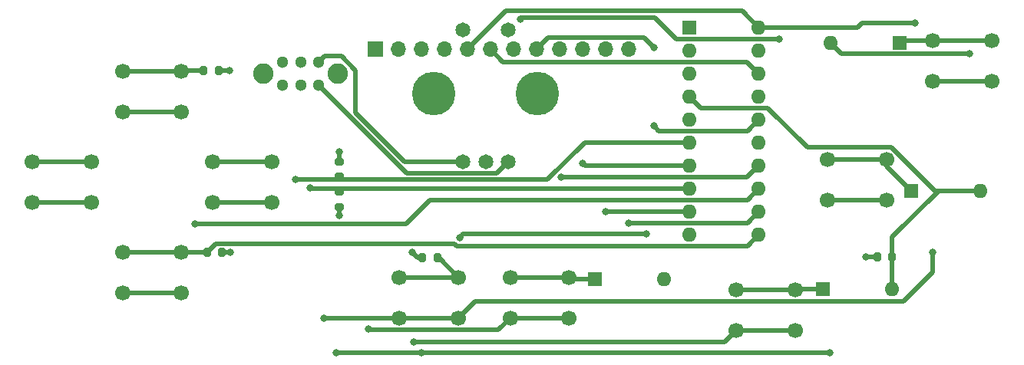
<source format=gtl>
%TF.GenerationSoftware,KiCad,Pcbnew,(6.0.0)*%
%TF.CreationDate,2022-03-13T17:57:59-04:00*%
%TF.ProjectId,jaguar spinner integrated pcb,6a616775-6172-4207-9370-696e6e657220,rev?*%
%TF.SameCoordinates,Original*%
%TF.FileFunction,Copper,L1,Top*%
%TF.FilePolarity,Positive*%
%FSLAX46Y46*%
G04 Gerber Fmt 4.6, Leading zero omitted, Abs format (unit mm)*
G04 Created by KiCad (PCBNEW (6.0.0)) date 2022-03-13 17:57:59*
%MOMM*%
%LPD*%
G01*
G04 APERTURE LIST*
G04 Aperture macros list*
%AMRoundRect*
0 Rectangle with rounded corners*
0 $1 Rounding radius*
0 $2 $3 $4 $5 $6 $7 $8 $9 X,Y pos of 4 corners*
0 Add a 4 corners polygon primitive as box body*
4,1,4,$2,$3,$4,$5,$6,$7,$8,$9,$2,$3,0*
0 Add four circle primitives for the rounded corners*
1,1,$1+$1,$2,$3*
1,1,$1+$1,$4,$5*
1,1,$1+$1,$6,$7*
1,1,$1+$1,$8,$9*
0 Add four rect primitives between the rounded corners*
20,1,$1+$1,$2,$3,$4,$5,0*
20,1,$1+$1,$4,$5,$6,$7,0*
20,1,$1+$1,$6,$7,$8,$9,0*
20,1,$1+$1,$8,$9,$2,$3,0*%
G04 Aperture macros list end*
%TA.AperFunction,ComponentPad*%
%ADD10C,1.700000*%
%TD*%
%TA.AperFunction,ComponentPad*%
%ADD11R,1.600000X1.600000*%
%TD*%
%TA.AperFunction,ComponentPad*%
%ADD12O,1.600000X1.600000*%
%TD*%
%TA.AperFunction,SMDPad,CuDef*%
%ADD13RoundRect,0.200000X-0.200000X-0.275000X0.200000X-0.275000X0.200000X0.275000X-0.200000X0.275000X0*%
%TD*%
%TA.AperFunction,ComponentPad*%
%ADD14C,1.650000*%
%TD*%
%TA.AperFunction,ComponentPad*%
%ADD15C,4.800000*%
%TD*%
%TA.AperFunction,SMDPad,CuDef*%
%ADD16RoundRect,0.200000X0.200000X0.275000X-0.200000X0.275000X-0.200000X-0.275000X0.200000X-0.275000X0*%
%TD*%
%TA.AperFunction,SMDPad,CuDef*%
%ADD17RoundRect,0.200000X-0.275000X0.200000X-0.275000X-0.200000X0.275000X-0.200000X0.275000X0.200000X0*%
%TD*%
%TA.AperFunction,SMDPad,CuDef*%
%ADD18RoundRect,0.200000X0.275000X-0.200000X0.275000X0.200000X-0.275000X0.200000X-0.275000X-0.200000X0*%
%TD*%
%TA.AperFunction,ComponentPad*%
%ADD19C,1.300000*%
%TD*%
%TA.AperFunction,ComponentPad*%
%ADD20C,2.250000*%
%TD*%
%TA.AperFunction,ComponentPad*%
%ADD21R,1.700000X1.700000*%
%TD*%
%TA.AperFunction,ComponentPad*%
%ADD22O,1.700000X1.700000*%
%TD*%
%TA.AperFunction,ViaPad*%
%ADD23C,0.800000*%
%TD*%
%TA.AperFunction,Conductor*%
%ADD24C,0.500000*%
%TD*%
G04 APERTURE END LIST*
D10*
%TO.P,SW5,1,1*%
%TO.N,/row5*%
X95189600Y-136419600D03*
%TO.P,SW5,2,2*%
X101689600Y-136419600D03*
%TO.P,SW5,3,K*%
%TO.N,/Acom*%
X95189600Y-140919600D03*
%TO.P,SW5,4,A*%
X101689600Y-140919600D03*
%TD*%
%TO.P,SW7,1,1*%
%TO.N,Net-(SW7-Pad1)*%
X172949600Y-126159600D03*
%TO.P,SW7,2,2*%
X179449600Y-126159600D03*
%TO.P,SW7,3,K*%
%TO.N,/Bcom*%
X172949600Y-130659600D03*
%TO.P,SW7,4,A*%
X179449600Y-130659600D03*
%TD*%
D11*
%TO.P,D7,1,K*%
%TO.N,Net-(D7-Pad1)*%
X172466000Y-140538200D03*
D12*
%TO.P,D7,2,A*%
%TO.N,/row2*%
X180086000Y-140538200D03*
%TD*%
D13*
%TO.P,R1,1*%
%TO.N,+5V*%
X128283200Y-137058400D03*
%TO.P,R1,2*%
%TO.N,/row1*%
X129933200Y-137058400D03*
%TD*%
D10*
%TO.P,SW9,1,1*%
%TO.N,Net-(D8-Pad1)*%
X137949600Y-139229600D03*
%TO.P,SW9,2,2*%
X144449600Y-139229600D03*
%TO.P,SW9,3,K*%
%TO.N,/Opt com*%
X137949600Y-143729600D03*
%TO.P,SW9,4,A*%
X144449600Y-143729600D03*
%TD*%
D14*
%TO.P,VR1,1,1*%
%TO.N,unconnected-(VR1-Pad1)*%
X132755000Y-111922800D03*
%TO.P,VR1,2,2*%
%TO.N,unconnected-(VR1-Pad2)*%
X137755000Y-111922800D03*
%TO.P,VR1,3,A*%
%TO.N,/encoderA*%
X132755000Y-126422800D03*
%TO.P,VR1,4,B*%
%TO.N,/encoderB*%
X137755000Y-126422800D03*
%TO.P,VR1,5,C*%
%TO.N,/Acom*%
X135255000Y-126422800D03*
D15*
%TO.P,VR1,6*%
%TO.N,GND*%
X129555000Y-118922800D03*
%TO.P,VR1,7*%
X140955000Y-118922800D03*
%TD*%
D16*
%TO.P,R5,1*%
%TO.N,+5V*%
X106184200Y-136423400D03*
%TO.P,R5,2*%
%TO.N,/row5*%
X104534200Y-136423400D03*
%TD*%
D13*
%TO.P,R2,1*%
%TO.N,+5V*%
X178422800Y-136956800D03*
%TO.P,R2,2*%
%TO.N,/row2*%
X180072800Y-136956800D03*
%TD*%
D17*
%TO.P,R3,1*%
%TO.N,+5V*%
X119126000Y-126429000D03*
%TO.P,R3,2*%
%TO.N,/row3*%
X119126000Y-128079000D03*
%TD*%
D11*
%TO.P,U1,1,1OE*%
%TO.N,GND*%
X157744000Y-111612600D03*
D12*
%TO.P,U1,2,1A0*%
%TO.N,/row1*%
X157744000Y-114152600D03*
%TO.P,U1,3,2Y0*%
%TO.N,unconnected-(U1-Pad3)*%
X157744000Y-116692600D03*
%TO.P,U1,4,1A1*%
%TO.N,/row2*%
X157744000Y-119232600D03*
%TO.P,U1,5,2Y1*%
%TO.N,unconnected-(U1-Pad5)*%
X157744000Y-121772600D03*
%TO.P,U1,6,1A2*%
%TO.N,/row3*%
X157744000Y-124312600D03*
%TO.P,U1,7,2Y2*%
%TO.N,Net-(J1-Pad10)*%
X157744000Y-126852600D03*
%TO.P,U1,8,1A3*%
%TO.N,/row4*%
X157744000Y-129392600D03*
%TO.P,U1,9,2Y3*%
%TO.N,Net-(J1-Pad11)*%
X157744000Y-131932600D03*
%TO.P,U1,10,GND*%
%TO.N,GND*%
X157744000Y-134472600D03*
%TO.P,U1,11,2A3*%
%TO.N,/row5*%
X165364000Y-134472600D03*
%TO.P,U1,12,1Y3*%
%TO.N,Net-(J1-Pad12)*%
X165364000Y-131932600D03*
%TO.P,U1,13,2A2*%
%TO.N,/row6*%
X165364000Y-129392600D03*
%TO.P,U1,14,1Y2*%
%TO.N,Net-(J1-Pad9)*%
X165364000Y-126852600D03*
%TO.P,U1,15,2A1*%
%TO.N,GND*%
X165364000Y-124312600D03*
%TO.P,U1,16,1Y1*%
%TO.N,Net-(J1-Pad8)*%
X165364000Y-121772600D03*
%TO.P,U1,17,2A0*%
%TO.N,GND*%
X165364000Y-119232600D03*
%TO.P,U1,18,1Y0*%
%TO.N,Net-(J1-Pad6)*%
X165364000Y-116692600D03*
%TO.P,U1,19,2OE*%
%TO.N,GND*%
X165364000Y-114152600D03*
%TO.P,U1,20,VCC*%
%TO.N,+5V*%
X165364000Y-111612600D03*
%TD*%
D10*
%TO.P,SW4,1,1*%
%TO.N,Net-(SW4-Pad1)*%
X85219600Y-126449600D03*
%TO.P,SW4,2,2*%
X91719600Y-126449600D03*
%TO.P,SW4,3,K*%
%TO.N,/Acom*%
X85219600Y-130949600D03*
%TO.P,SW4,4,A*%
X91719600Y-130949600D03*
%TD*%
D11*
%TO.P,D8,1,K*%
%TO.N,Net-(D8-Pad1)*%
X147294600Y-139420600D03*
D12*
%TO.P,D8,2,A*%
%TO.N,/row2*%
X154914600Y-139420600D03*
%TD*%
D10*
%TO.P,SW1,1,1*%
%TO.N,/row1*%
X125739600Y-139229600D03*
%TO.P,SW1,2,2*%
X132239600Y-139229600D03*
%TO.P,SW1,3,K*%
%TO.N,/Acom*%
X125739600Y-143729600D03*
%TO.P,SW1,4,A*%
X132239600Y-143729600D03*
%TD*%
%TO.P,SW6,1,1*%
%TO.N,/row6*%
X95189600Y-116479600D03*
%TO.P,SW6,2,2*%
X101689600Y-116479600D03*
%TO.P,SW6,3,K*%
%TO.N,/Acom*%
X95189600Y-120979600D03*
%TO.P,SW6,4,A*%
X101689600Y-120979600D03*
%TD*%
%TO.P,SW8,1,1*%
%TO.N,Net-(D7-Pad1)*%
X162899600Y-140549600D03*
%TO.P,SW8,2,2*%
X169399600Y-140549600D03*
%TO.P,SW8,3,K*%
%TO.N,/Ccom*%
X162899600Y-145049600D03*
%TO.P,SW8,4,A*%
X169399600Y-145049600D03*
%TD*%
%TO.P,SW3,1,1*%
%TO.N,Net-(SW3-Pad1)*%
X105159600Y-126449600D03*
%TO.P,SW3,2,2*%
X111659600Y-126449600D03*
%TO.P,SW3,3,K*%
%TO.N,/Acom*%
X105159600Y-130949600D03*
%TO.P,SW3,4,A*%
X111659600Y-130949600D03*
%TD*%
D11*
%TO.P,D6,1,K*%
%TO.N,Net-(SW7-Pad1)*%
X182168800Y-129667000D03*
D12*
%TO.P,D6,2,A*%
%TO.N,/row2*%
X189788800Y-129667000D03*
%TD*%
D18*
%TO.P,R4,1*%
%TO.N,+5V*%
X119126000Y-131406400D03*
%TO.P,R4,2*%
%TO.N,/row4*%
X119126000Y-129756400D03*
%TD*%
D10*
%TO.P,SW2,1,1*%
%TO.N,Net-(D3-Pad1)*%
X184579600Y-113089600D03*
%TO.P,SW2,2,2*%
X191079600Y-113089600D03*
%TO.P,SW2,3,K*%
%TO.N,/Acom*%
X184579600Y-117589600D03*
%TO.P,SW2,4,A*%
X191079600Y-117589600D03*
%TD*%
D11*
%TO.P,D3,1,K*%
%TO.N,Net-(D3-Pad1)*%
X180873400Y-113284000D03*
D12*
%TO.P,D3,2,A*%
%TO.N,/row2*%
X173253400Y-113284000D03*
%TD*%
D19*
%TO.P,S1,1,NO_1*%
%TO.N,/encoderB*%
X116833400Y-117942400D03*
%TO.P,S1,2,COM_1*%
%TO.N,/row3*%
X114833400Y-117942400D03*
%TO.P,S1,3,NC_1*%
%TO.N,Net-(SW3-Pad1)*%
X112833400Y-117942400D03*
%TO.P,S1,4,NO_2*%
%TO.N,/encoderA*%
X116833400Y-115442400D03*
%TO.P,S1,5,COM_2*%
%TO.N,/row4*%
X114833400Y-115442400D03*
%TO.P,S1,6,NC_2*%
%TO.N,Net-(SW4-Pad1)*%
X112833400Y-115442400D03*
D20*
%TO.P,S1,MH1,MH1*%
%TO.N,GND*%
X118933400Y-116692400D03*
%TO.P,S1,MH2,MH2*%
X110733400Y-116692400D03*
%TD*%
D16*
%TO.P,R6,1*%
%TO.N,+5V*%
X105777800Y-116408200D03*
%TO.P,R6,2*%
%TO.N,/row6*%
X104127800Y-116408200D03*
%TD*%
D21*
%TO.P,J1,1,Pin_1*%
%TO.N,/Opt com*%
X123063000Y-114020600D03*
D22*
%TO.P,J1,2,Pin_2*%
%TO.N,/Ccom*%
X125603000Y-114020600D03*
%TO.P,J1,3,Pin_3*%
%TO.N,/Bcom*%
X128143000Y-114020600D03*
%TO.P,J1,4,Pin_4*%
%TO.N,/Acom*%
X130683000Y-114020600D03*
%TO.P,J1,5,Pin_5*%
%TO.N,+5V*%
X133223000Y-114020600D03*
%TO.P,J1,6,Pin_6*%
%TO.N,Net-(J1-Pad6)*%
X135763000Y-114020600D03*
%TO.P,J1,7,Pin_7*%
%TO.N,GND*%
X138303000Y-114020600D03*
%TO.P,J1,8,Pin_8*%
%TO.N,Net-(J1-Pad8)*%
X140843000Y-114020600D03*
%TO.P,J1,9,Pin_9*%
%TO.N,Net-(J1-Pad9)*%
X143383000Y-114020600D03*
%TO.P,J1,10,Pin_10*%
%TO.N,Net-(J1-Pad10)*%
X145923000Y-114020600D03*
%TO.P,J1,11,Pin_11*%
%TO.N,Net-(J1-Pad11)*%
X148463000Y-114020600D03*
%TO.P,J1,12,Pin_12*%
%TO.N,Net-(J1-Pad12)*%
X151003000Y-114020600D03*
%TD*%
D23*
%TO.N,/row6*%
X103200200Y-133273800D03*
%TO.N,/row2*%
X188625311Y-114533511D03*
%TO.N,/row3*%
X114274431Y-128396831D03*
%TO.N,/Opt com*%
X122351800Y-144907000D03*
%TO.N,/Ccom*%
X127330200Y-146329400D03*
%TO.N,/Bcom*%
X139090400Y-110693200D03*
X167614511Y-112903089D03*
%TO.N,/Acom*%
X184579600Y-136476400D03*
X117382400Y-143729600D03*
%TO.N,+5V*%
X128179711Y-147511889D03*
X182626000Y-111099600D03*
X173202600Y-147523200D03*
X177165000Y-136956800D03*
X119126000Y-132359400D03*
X107010200Y-116408200D03*
X127127000Y-136474200D03*
X107111800Y-136423400D03*
X118770400Y-147523200D03*
X119126000Y-125323600D03*
%TO.N,Net-(J1-Pad8)*%
X153797000Y-122504200D03*
X153797000Y-113792000D03*
%TO.N,Net-(J1-Pad9)*%
X143535311Y-128143089D03*
%TO.N,Net-(J1-Pad10)*%
X145923000Y-126619000D03*
%TO.N,Net-(J1-Pad11)*%
X148458000Y-131932600D03*
%TO.N,Net-(J1-Pad12)*%
X151012911Y-133182111D03*
%TO.N,/row1*%
X132359400Y-134823200D03*
X152958800Y-134442200D03*
%TO.N,/row4*%
X115858889Y-129352711D03*
%TD*%
D24*
%TO.N,/encoderA*%
X117483399Y-114792401D02*
X116833400Y-115442400D01*
X120919599Y-116398399D02*
X119319399Y-114798199D01*
X119319399Y-114792401D02*
X117483399Y-114792401D01*
X132755000Y-126422800D02*
X126303070Y-126422800D01*
X119319399Y-114798199D02*
X119319399Y-114792401D01*
X120919599Y-121039329D02*
X120919599Y-116398399D01*
X126303070Y-126422800D02*
X120919599Y-121039329D01*
%TO.N,/row6*%
X126466600Y-133273800D02*
X129098289Y-130642111D01*
X104127800Y-116408200D02*
X101761000Y-116408200D01*
X129098289Y-130642111D02*
X164114489Y-130642111D01*
X164114489Y-130642111D02*
X165364000Y-129392600D01*
X103200200Y-133273800D02*
X126466600Y-133273800D01*
X95189600Y-116479600D02*
X101689600Y-116479600D01*
X101761000Y-116408200D02*
X101689600Y-116479600D01*
%TO.N,/row2*%
X179968787Y-124841000D02*
X184794787Y-129667000D01*
X170713400Y-124841000D02*
X179968787Y-124841000D01*
X174502911Y-114533511D02*
X188625311Y-114533511D01*
X158993511Y-120482111D02*
X166354511Y-120482111D01*
X180086000Y-140538200D02*
X180086000Y-136970000D01*
X180072800Y-134785600D02*
X185191400Y-129667000D01*
X185191400Y-129667000D02*
X189788800Y-129667000D01*
X173253400Y-113284000D02*
X174502911Y-114533511D01*
X157744000Y-119232600D02*
X158993511Y-120482111D01*
X180086000Y-136970000D02*
X180072800Y-136956800D01*
X166354511Y-120482111D02*
X170713400Y-124841000D01*
X180072800Y-136956800D02*
X180072800Y-134785600D01*
X184794787Y-129667000D02*
X185191400Y-129667000D01*
%TO.N,/row3*%
X142080178Y-128396831D02*
X146164409Y-124312600D01*
X122402769Y-128396831D02*
X142080178Y-128396831D01*
X122402769Y-128396831D02*
X114274431Y-128396831D01*
X146164409Y-124312600D02*
X157744000Y-124312600D01*
%TO.N,/row5*%
X131833689Y-135498880D02*
X105458720Y-135498880D01*
X105458720Y-135498880D02*
X104534200Y-136423400D01*
X101693400Y-136423400D02*
X101689600Y-136419600D01*
X164114489Y-135722111D02*
X132056920Y-135722111D01*
X132056920Y-135722111D02*
X131833689Y-135498880D01*
X165364000Y-134472600D02*
X164114489Y-135722111D01*
X95189600Y-136419600D02*
X101689600Y-136419600D01*
X104534200Y-136423400D02*
X101693400Y-136423400D01*
%TO.N,Net-(D7-Pad1)*%
X172466000Y-140538200D02*
X169411000Y-140538200D01*
X169399600Y-140549600D02*
X162899600Y-140549600D01*
X169411000Y-140538200D02*
X169399600Y-140549600D01*
%TO.N,Net-(D8-Pad1)*%
X147294600Y-139420600D02*
X144640600Y-139420600D01*
X144640600Y-139420600D02*
X144449600Y-139229600D01*
X144449600Y-139229600D02*
X137949600Y-139229600D01*
%TO.N,/Opt com*%
X122473911Y-145029111D02*
X122351800Y-144907000D01*
X137949600Y-143729600D02*
X136650089Y-145029111D01*
X144449600Y-143729600D02*
X137949600Y-143729600D01*
X136650089Y-145029111D02*
X122473911Y-145029111D01*
%TO.N,/Ccom*%
X127330200Y-146329400D02*
X161619800Y-146329400D01*
X161619800Y-146329400D02*
X162899600Y-145049600D01*
X169399600Y-145049600D02*
X162899600Y-145049600D01*
%TO.N,/Bcom*%
X139279880Y-110503720D02*
X139090400Y-110693200D01*
X156286289Y-112903089D02*
X153886920Y-110503720D01*
X179449600Y-130659600D02*
X172949600Y-130659600D01*
X153886920Y-110503720D02*
X142304520Y-110503720D01*
X140780520Y-110503720D02*
X139279880Y-110503720D01*
X167614511Y-112903089D02*
X156286289Y-112903089D01*
X142304520Y-110503720D02*
X140780520Y-110503720D01*
%TO.N,/Acom*%
X184581800Y-136478600D02*
X184579600Y-136476400D01*
X85219600Y-130949600D02*
X91719600Y-130949600D01*
X125739600Y-143729600D02*
X132239600Y-143729600D01*
X191079600Y-117589600D02*
X184579600Y-117589600D01*
X134084800Y-141884400D02*
X132239600Y-143729600D01*
X181330600Y-141884400D02*
X184581800Y-138633200D01*
X181330600Y-141884400D02*
X134084800Y-141884400D01*
X184581800Y-138633200D02*
X184581800Y-136478600D01*
X95189600Y-120979600D02*
X101689600Y-120979600D01*
X125739600Y-143729600D02*
X117382400Y-143729600D01*
X105159600Y-130949600D02*
X111659600Y-130949600D01*
X95189600Y-140919600D02*
X101689600Y-140919600D01*
%TO.N,+5V*%
X128283200Y-137058400D02*
X127711200Y-137058400D01*
X176220200Y-111612600D02*
X165364000Y-111612600D01*
X178422800Y-136956800D02*
X177165000Y-136956800D01*
X119126000Y-126429000D02*
X119126000Y-125323600D01*
X176733200Y-111099600D02*
X176220200Y-111612600D01*
X163555600Y-109804200D02*
X137439400Y-109804200D01*
X119126000Y-131406400D02*
X119126000Y-132334000D01*
X105777800Y-116408200D02*
X107010200Y-116408200D01*
X173202600Y-147523200D02*
X118770400Y-147523200D01*
X127711200Y-137058400D02*
X127127000Y-136474200D01*
X182626000Y-111099600D02*
X176733200Y-111099600D01*
X137439400Y-109804200D02*
X133223000Y-114020600D01*
X106184200Y-136423400D02*
X107111800Y-136423400D01*
X165364000Y-111612600D02*
X163555600Y-109804200D01*
%TO.N,Net-(J1-Pad6)*%
X164073511Y-115402111D02*
X165364000Y-116692600D01*
X135763000Y-114020600D02*
X137144511Y-115402111D01*
X137144511Y-115402111D02*
X164073511Y-115402111D01*
%TO.N,Net-(J1-Pad8)*%
X165364000Y-121772600D02*
X164114489Y-123022111D01*
X142142511Y-112721089D02*
X152726089Y-112721089D01*
X154314911Y-123022111D02*
X153797000Y-122504200D01*
X152726089Y-112721089D02*
X153797000Y-113792000D01*
X140843000Y-114020600D02*
X142142511Y-112721089D01*
X164114489Y-123022111D02*
X154314911Y-123022111D01*
%TO.N,Net-(J1-Pad9)*%
X164073511Y-128143089D02*
X143535311Y-128143089D01*
X165364000Y-126852600D02*
X164073511Y-128143089D01*
%TO.N,Net-(J1-Pad10)*%
X146156600Y-126852600D02*
X145923000Y-126619000D01*
X157744000Y-126852600D02*
X146156600Y-126852600D01*
%TO.N,Net-(J1-Pad11)*%
X157744000Y-131932600D02*
X148458000Y-131932600D01*
%TO.N,Net-(J1-Pad12)*%
X165364000Y-131932600D02*
X164114489Y-133182111D01*
X164114489Y-133182111D02*
X151012911Y-133182111D01*
%TO.N,/row1*%
X129933200Y-137058400D02*
X130068400Y-137058400D01*
X130068400Y-137058400D02*
X132239600Y-139229600D01*
X132740400Y-134442200D02*
X132359400Y-134823200D01*
X132239600Y-139229600D02*
X125739600Y-139229600D01*
X152958800Y-134442200D02*
X132740400Y-134442200D01*
%TO.N,Net-(SW7-Pad1)*%
X179449600Y-126947800D02*
X182168800Y-129667000D01*
X179449600Y-126159600D02*
X172949600Y-126159600D01*
X179449600Y-126159600D02*
X179449600Y-126947800D01*
%TO.N,Net-(D3-Pad1)*%
X181067800Y-113089600D02*
X180873400Y-113284000D01*
X184579600Y-113089600D02*
X181067800Y-113089600D01*
X191079600Y-113089600D02*
X184579600Y-113089600D01*
%TO.N,/row4*%
X129814400Y-129392600D02*
X115869800Y-129392600D01*
X129814400Y-129392600D02*
X157744000Y-129392600D01*
%TO.N,/encoderB*%
X126588311Y-127697311D02*
X116833400Y-117942400D01*
X137755000Y-126422800D02*
X136480489Y-127697311D01*
X136480489Y-127697311D02*
X126588311Y-127697311D01*
%TO.N,Net-(SW3-Pad1)*%
X105159600Y-126449600D02*
X111659600Y-126449600D01*
%TO.N,Net-(SW4-Pad1)*%
X85219600Y-126449600D02*
X91719600Y-126449600D01*
%TD*%
M02*

</source>
